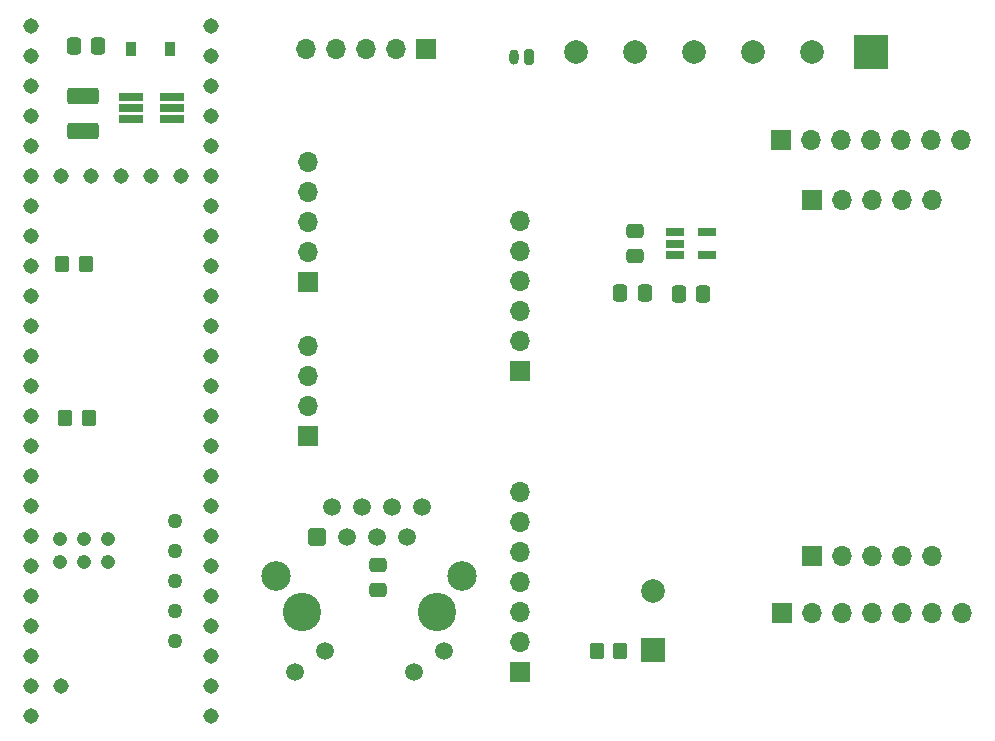
<source format=gbr>
%TF.GenerationSoftware,KiCad,Pcbnew,6.0.6-1.fc36*%
%TF.CreationDate,2022-07-31T18:36:15+02:00*%
%TF.ProjectId,CosmicWatch-ventidue,436f736d-6963-4576-9174-63682d76656e,rev?*%
%TF.SameCoordinates,Original*%
%TF.FileFunction,Soldermask,Bot*%
%TF.FilePolarity,Negative*%
%FSLAX46Y46*%
G04 Gerber Fmt 4.6, Leading zero omitted, Abs format (unit mm)*
G04 Created by KiCad (PCBNEW 6.0.6-1.fc36) date 2022-07-31 18:36:15*
%MOMM*%
%LPD*%
G01*
G04 APERTURE LIST*
G04 Aperture macros list*
%AMRoundRect*
0 Rectangle with rounded corners*
0 $1 Rounding radius*
0 $2 $3 $4 $5 $6 $7 $8 $9 X,Y pos of 4 corners*
0 Add a 4 corners polygon primitive as box body*
4,1,4,$2,$3,$4,$5,$6,$7,$8,$9,$2,$3,0*
0 Add four circle primitives for the rounded corners*
1,1,$1+$1,$2,$3*
1,1,$1+$1,$4,$5*
1,1,$1+$1,$6,$7*
1,1,$1+$1,$8,$9*
0 Add four rect primitives between the rounded corners*
20,1,$1+$1,$2,$3,$4,$5,0*
20,1,$1+$1,$4,$5,$6,$7,0*
20,1,$1+$1,$6,$7,$8,$9,0*
20,1,$1+$1,$8,$9,$2,$3,0*%
G04 Aperture macros list end*
%ADD10R,1.700000X1.700000*%
%ADD11O,1.700000X1.700000*%
%ADD12R,2.000000X2.000000*%
%ADD13C,2.000000*%
%ADD14C,1.308000*%
%ADD15C,1.258000*%
%ADD16C,1.208000*%
%ADD17RoundRect,0.200000X0.200000X0.450000X-0.200000X0.450000X-0.200000X-0.450000X0.200000X-0.450000X0*%
%ADD18O,0.800000X1.300000*%
%ADD19C,3.250000*%
%ADD20RoundRect,0.250500X-0.499500X-0.499500X0.499500X-0.499500X0.499500X0.499500X-0.499500X0.499500X0*%
%ADD21C,1.500000*%
%ADD22C,2.500000*%
%ADD23RoundRect,0.250000X-0.475000X0.337500X-0.475000X-0.337500X0.475000X-0.337500X0.475000X0.337500X0*%
%ADD24RoundRect,0.250000X-0.337500X-0.475000X0.337500X-0.475000X0.337500X0.475000X-0.337500X0.475000X0*%
%ADD25RoundRect,0.250000X0.337500X0.475000X-0.337500X0.475000X-0.337500X-0.475000X0.337500X-0.475000X0*%
%ADD26R,1.560000X0.650000*%
%ADD27R,2.000000X0.650000*%
%ADD28RoundRect,0.250000X-0.350000X-0.450000X0.350000X-0.450000X0.350000X0.450000X-0.350000X0.450000X0*%
%ADD29RoundRect,0.250001X1.074999X-0.462499X1.074999X0.462499X-1.074999X0.462499X-1.074999X-0.462499X0*%
%ADD30RoundRect,0.250000X0.475000X-0.337500X0.475000X0.337500X-0.475000X0.337500X-0.475000X-0.337500X0*%
%ADD31R,0.900000X1.200000*%
%ADD32RoundRect,0.250000X0.350000X0.450000X-0.350000X0.450000X-0.350000X-0.450000X0.350000X-0.450000X0*%
%ADD33R,3.000000X3.000000*%
G04 APERTURE END LIST*
D10*
%TO.C,J111*%
X94275000Y-106000000D03*
D11*
X94275000Y-103460000D03*
X94275000Y-100920000D03*
X94275000Y-98380000D03*
X94275000Y-95840000D03*
X94275000Y-93300000D03*
X94275000Y-90760000D03*
%TD*%
D10*
%TO.C,SW101*%
X86290000Y-53250000D03*
D11*
X83750000Y-53250000D03*
X81210000Y-53250000D03*
X78670000Y-53250000D03*
X76130000Y-53250000D03*
%TD*%
D10*
%TO.C,J108*%
X116380000Y-61000000D03*
D11*
X118920000Y-61000000D03*
X121460000Y-61000000D03*
X124000000Y-61000000D03*
X126540000Y-61000000D03*
X129080000Y-61000000D03*
X131620000Y-61000000D03*
%TD*%
D12*
%TO.C,BZ101*%
X105500000Y-104120785D03*
D13*
X105500000Y-99120785D03*
%TD*%
D14*
%TO.C,U101*%
X68120000Y-107170000D03*
X68120000Y-104630000D03*
X68120000Y-102090000D03*
X68120000Y-99550000D03*
X68120000Y-74150000D03*
X52880000Y-104630000D03*
X63040000Y-63990000D03*
X68120000Y-97010000D03*
X68120000Y-94470000D03*
D15*
X65070000Y-103360000D03*
D14*
X68120000Y-91930000D03*
X68120000Y-89390000D03*
X68120000Y-86850000D03*
X68120000Y-84310000D03*
X68120000Y-81770000D03*
X68120000Y-79230000D03*
X68120000Y-76690000D03*
X52880000Y-76690000D03*
X52880000Y-79230000D03*
X52880000Y-81770000D03*
X52880000Y-84310000D03*
X52880000Y-86850000D03*
X52880000Y-89390000D03*
X52880000Y-91930000D03*
X52880000Y-94470000D03*
X52880000Y-97010000D03*
X52880000Y-99550000D03*
X52880000Y-102090000D03*
X68120000Y-71610000D03*
X68120000Y-69070000D03*
X68120000Y-66530000D03*
X68120000Y-63990000D03*
X68120000Y-61450000D03*
X68120000Y-58910000D03*
X68120000Y-56370000D03*
X68120000Y-53830000D03*
X68120000Y-51290000D03*
X52880000Y-51290000D03*
X52880000Y-53830000D03*
X52880000Y-56370000D03*
X52880000Y-58910000D03*
X52880000Y-61450000D03*
X52880000Y-63990000D03*
X52880000Y-66530000D03*
X52880000Y-69070000D03*
X52880000Y-71610000D03*
D15*
X65070000Y-98280000D03*
X65070000Y-100820000D03*
D14*
X68120000Y-109710000D03*
X52880000Y-74150000D03*
X52880000Y-107170000D03*
X60500000Y-63990000D03*
D16*
X57330000Y-94740000D03*
X57330000Y-96740000D03*
D14*
X55420000Y-63990000D03*
X57960000Y-63990000D03*
D16*
X55330000Y-96740000D03*
X55330000Y-94740000D03*
X59330000Y-94740000D03*
X59330000Y-96740000D03*
D15*
X65070000Y-95740000D03*
X65070000Y-93200000D03*
D14*
X65580000Y-63990000D03*
X52880000Y-109710000D03*
X55420000Y-107170000D03*
%TD*%
D10*
%TO.C,J107*%
X118950000Y-96225000D03*
D11*
X121490000Y-96225000D03*
X124030000Y-96225000D03*
X126570000Y-96225000D03*
X129110000Y-96225000D03*
%TD*%
D17*
%TO.C,BT401*%
X95000000Y-53950000D03*
D18*
X93750000Y-53950000D03*
%TD*%
D10*
%TO.C,J110*%
X94285786Y-80512893D03*
D11*
X94285786Y-77972893D03*
X94285786Y-75432893D03*
X94285786Y-72892893D03*
X94285786Y-70352893D03*
X94285786Y-67812893D03*
%TD*%
D19*
%TO.C,U501*%
X75785000Y-100900000D03*
X87215000Y-100900000D03*
D20*
X77055000Y-94550000D03*
D21*
X78325000Y-92010000D03*
X79595000Y-94550000D03*
X80865000Y-92010000D03*
X82135000Y-94550000D03*
X83405000Y-92010000D03*
X84675000Y-94550000D03*
X85945000Y-92010000D03*
X75175000Y-105980000D03*
X77715000Y-104280000D03*
X85285000Y-105980000D03*
X87825000Y-104280000D03*
D22*
X73625000Y-97850000D03*
X89375000Y-97850000D03*
%TD*%
D13*
%TO.C,TP406*%
X109000000Y-53500000D03*
%TD*%
D23*
%TO.C,C501*%
X82250000Y-96962500D03*
X82250000Y-99037500D03*
%TD*%
D10*
%TO.C,J106*%
X116400000Y-101000000D03*
D11*
X118940000Y-101000000D03*
X121480000Y-101000000D03*
X124020000Y-101000000D03*
X126560000Y-101000000D03*
X129100000Y-101000000D03*
X131640000Y-101000000D03*
%TD*%
D24*
%TO.C,C403*%
X102737500Y-73950000D03*
X104812500Y-73950000D03*
%TD*%
D25*
%TO.C,C404*%
X58537500Y-53000000D03*
X56462500Y-53000000D03*
%TD*%
D26*
%TO.C,U401*%
X107362500Y-70700000D03*
X107362500Y-69750000D03*
X107362500Y-68800000D03*
X110062500Y-68800000D03*
X110062500Y-70700000D03*
%TD*%
D27*
%TO.C,U402*%
X64750000Y-57300000D03*
X64750000Y-58250000D03*
X64750000Y-59200000D03*
X61330000Y-59200000D03*
X61330000Y-58250000D03*
X61330000Y-57300000D03*
%TD*%
D10*
%TO.C,J109*%
X76275000Y-86050000D03*
D11*
X76275000Y-83510000D03*
X76275000Y-80970000D03*
X76275000Y-78430000D03*
%TD*%
D28*
%TO.C,R106*%
X55500000Y-71500000D03*
X57500000Y-71500000D03*
%TD*%
D13*
%TO.C,TP404*%
X99000000Y-53500000D03*
%TD*%
%TO.C,TP403*%
X104000000Y-53500000D03*
%TD*%
D29*
%TO.C,L401*%
X57250000Y-60237500D03*
X57250000Y-57262500D03*
%TD*%
D13*
%TO.C,TP405*%
X119000000Y-53500000D03*
%TD*%
D28*
%TO.C,R105*%
X55750000Y-84500000D03*
X57750000Y-84500000D03*
%TD*%
D25*
%TO.C,C402*%
X109750000Y-74000000D03*
X107675000Y-74000000D03*
%TD*%
D30*
%TO.C,C401*%
X103962500Y-70787500D03*
X103962500Y-68712500D03*
%TD*%
D13*
%TO.C,TP402*%
X114000000Y-53500000D03*
%TD*%
D31*
%TO.C,D401*%
X64650000Y-53250000D03*
X61350000Y-53250000D03*
%TD*%
D32*
%TO.C,R102*%
X102750000Y-104250000D03*
X100750000Y-104250000D03*
%TD*%
D10*
%TO.C,J105*%
X118950000Y-66025000D03*
D11*
X121490000Y-66025000D03*
X124030000Y-66025000D03*
X126570000Y-66025000D03*
X129110000Y-66025000D03*
%TD*%
D10*
%TO.C,J112*%
X76300000Y-73000000D03*
D11*
X76300000Y-70460000D03*
X76300000Y-67920000D03*
X76300000Y-65380000D03*
X76300000Y-62840000D03*
%TD*%
D33*
%TO.C,TP401*%
X124000000Y-53500000D03*
%TD*%
M02*

</source>
